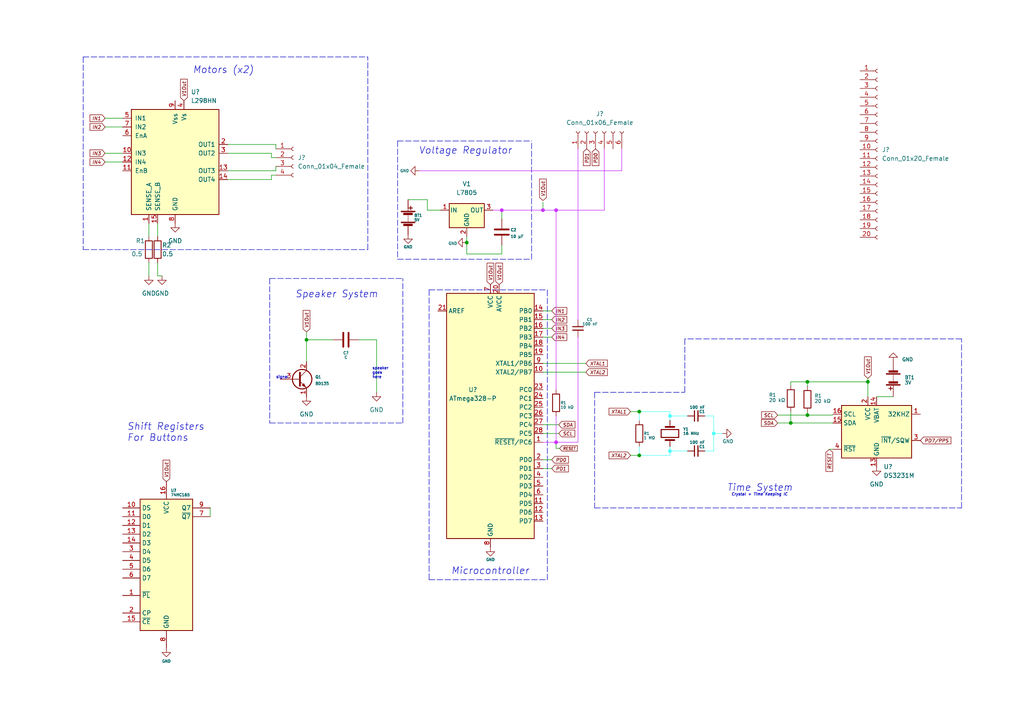
<source format=kicad_sch>
(kicad_sch (version 20211123) (generator eeschema)
  (paper "A4")
  (lib_symbols
    (symbol "74xx:74HC165"
      (property "Reference" "U" (at -7.62 19.05 0))
      (property "Value" "74HC165" (at -7.62 -21.59 0))
      (symbol "74HC165_1_0"
        (pin input line (at -12.7 -10.16 0) (length 5.08) (name "~{PL}") (number "1"))
        (pin input line (at -12.7 15.24 0) (length 5.08) (name "DS") (number "10"))
        (pin input line (at -12.7 12.7 0) (length 5.08) (name "D0") (number "11"))
        (pin input line (at -12.7 10.16 0) (length 5.08) (name "D1") (number "12"))
        (pin input line (at -12.7 7.62 0) (length 5.08) (name "D2") (number "13"))
        (pin input line (at -12.7 5.08 0) (length 5.08) (name "D3") (number "14"))
        (pin input line (at -12.7 -17.78 0) (length 5.08) (name "~{CE}") (number "15"))
        (pin power_in line (at 0 22.86 270) (length 5.08) (name "VCC") (number "16"))
        (pin input line (at -12.7 -15.24 0) (length 5.08) (name "CP") (number "2"))
        (pin input line (at -12.7 2.54 0) (length 5.08) (name "D4") (number "3"))
        (pin input line (at -12.7 0 0) (length 5.08) (name "D5") (number "4"))
        (pin input line (at -12.7 -2.54 0) (length 5.08) (name "D6") (number "5"))
        (pin input line (at -12.7 -5.08 0) (length 5.08) (name "D7") (number "6"))
        (pin output line (at 12.7 12.7 180) (length 5.08) (name "~{Q7}") (number "7"))
        (pin power_in line (at 0 -25.4 90) (length 5.08) (name "GND") (number "8"))
        (pin output line (at 12.7 15.24 180) (length 5.08) (name "Q7") (number "9"))
      )
      (symbol "74HC165_1_1"
        (rectangle (start -7.62 17.78) (end 7.62 -20.32) (stroke (width 0.254)) (fill (type background)))
      )
    )
    (symbol "Connector:Conn_01x04_Female" (pin_names (offset 1.016) hide)
      (property "Reference" "J" (at 0 5.08 0))
      (property "Value" "Conn_01x04_Female" (at 0 -7.62 0))
      (symbol "Conn_01x04_Female_1_1"
        (arc (start 0 -4.572) (mid -0.508 -5.08) (end 0 -5.588) (stroke (width 0.1524)))
        (arc (start 0 -2.032) (mid -0.508 -2.54) (end 0 -3.048) (stroke (width 0.1524)))
        (polyline (pts (xy -1.27 -5.08) (xy -0.508 -5.08)) (stroke (width 0.1524)))
        (polyline (pts (xy -1.27 -2.54) (xy -0.508 -2.54)) (stroke (width 0.1524)))
        (polyline (pts (xy -1.27 0) (xy -0.508 0)) (stroke (width 0.1524)))
        (polyline (pts (xy -1.27 2.54) (xy -0.508 2.54)) (stroke (width 0.1524)))
        (arc (start 0 0.508) (mid -0.508 0) (end 0 -0.508) (stroke (width 0.1524)))
        (arc (start 0 3.048) (mid -0.508 2.54) (end 0 2.032) (stroke (width 0.1524)))
        (pin passive line (at -5.08 2.54 0) (length 3.81) (name "Pin_1") (number "1"))
        (pin passive line (at -5.08 0 0) (length 3.81) (name "Pin_2") (number "2"))
        (pin passive line (at -5.08 -2.54 0) (length 3.81) (name "Pin_3") (number "3"))
        (pin passive line (at -5.08 -5.08 0) (length 3.81) (name "Pin_4") (number "4"))
      )
    )
    (symbol "Connector:Conn_01x06_Female" (pin_names (offset 1.016) hide)
      (property "Reference" "J" (at 0 7.62 0))
      (property "Value" "Conn_01x06_Female" (at 0 -10.16 0))
      (symbol "Conn_01x06_Female_1_1"
        (arc (start 0 -7.112) (mid -0.508 -7.62) (end 0 -8.128) (stroke (width 0.1524)))
        (arc (start 0 -4.572) (mid -0.508 -5.08) (end 0 -5.588) (stroke (width 0.1524)))
        (arc (start 0 -2.032) (mid -0.508 -2.54) (end 0 -3.048) (stroke (width 0.1524)))
        (polyline (pts (xy -1.27 -7.62) (xy -0.508 -7.62)) (stroke (width 0.1524)))
        (polyline (pts (xy -1.27 -5.08) (xy -0.508 -5.08)) (stroke (width 0.1524)))
        (polyline (pts (xy -1.27 -2.54) (xy -0.508 -2.54)) (stroke (width 0.1524)))
        (polyline (pts (xy -1.27 0) (xy -0.508 0)) (stroke (width 0.1524)))
        (polyline (pts (xy -1.27 2.54) (xy -0.508 2.54)) (stroke (width 0.1524)))
        (polyline (pts (xy -1.27 5.08) (xy -0.508 5.08)) (stroke (width 0.1524)))
        (arc (start 0 0.508) (mid -0.508 0) (end 0 -0.508) (stroke (width 0.1524)))
        (arc (start 0 3.048) (mid -0.508 2.54) (end 0 2.032) (stroke (width 0.1524)))
        (arc (start 0 5.588) (mid -0.508 5.08) (end 0 4.572) (stroke (width 0.1524)))
        (pin passive line (at -5.08 5.08 0) (length 3.81) (name "Pin_1") (number "1"))
        (pin passive line (at -5.08 2.54 0) (length 3.81) (name "Pin_2") (number "2"))
        (pin passive line (at -5.08 0 0) (length 3.81) (name "Pin_3") (number "3"))
        (pin passive line (at -5.08 -2.54 0) (length 3.81) (name "Pin_4") (number "4"))
        (pin passive line (at -5.08 -5.08 0) (length 3.81) (name "Pin_5") (number "5"))
        (pin passive line (at -5.08 -7.62 0) (length 3.81) (name "Pin_6") (number "6"))
      )
    )
    (symbol "Connector:Conn_01x20_Female" (pin_names (offset 1.016) hide)
      (property "Reference" "J" (at 0 25.4 0))
      (property "Value" "Conn_01x20_Female" (at 0 -27.94 0))
      (symbol "Conn_01x20_Female_1_1"
        (arc (start 0 -24.892) (mid -0.508 -25.4) (end 0 -25.908) (stroke (width 0.1524)))
        (arc (start 0 -22.352) (mid -0.508 -22.86) (end 0 -23.368) (stroke (width 0.1524)))
        (arc (start 0 -19.812) (mid -0.508 -20.32) (end 0 -20.828) (stroke (width 0.1524)))
        (arc (start 0 -17.272) (mid -0.508 -17.78) (end 0 -18.288) (stroke (width 0.1524)))
        (arc (start 0 -14.732) (mid -0.508 -15.24) (end 0 -15.748) (stroke (width 0.1524)))
        (arc (start 0 -12.192) (mid -0.508 -12.7) (end 0 -13.208) (stroke (width 0.1524)))
        (arc (start 0 -9.652) (mid -0.508 -10.16) (end 0 -10.668) (stroke (width 0.1524)))
        (arc (start 0 -7.112) (mid -0.508 -7.62) (end 0 -8.128) (stroke (width 0.1524)))
        (arc (start 0 -4.572) (mid -0.508 -5.08) (end 0 -5.588) (stroke (width 0.1524)))
        (arc (start 0 -2.032) (mid -0.508 -2.54) (end 0 -3.048) (stroke (width 0.1524)))
        (polyline (pts (xy -1.27 -25.4) (xy -0.508 -25.4)) (stroke (width 0.1524)))
        (polyline (pts (xy -1.27 -22.86) (xy -0.508 -22.86)) (stroke (width 0.1524)))
        (polyline (pts (xy -1.27 -20.32) (xy -0.508 -20.32)) (stroke (width 0.1524)))
        (polyline (pts (xy -1.27 -17.78) (xy -0.508 -17.78)) (stroke (width 0.1524)))
        (polyline (pts (xy -1.27 -15.24) (xy -0.508 -15.24)) (stroke (width 0.1524)))
        (polyline (pts (xy -1.27 -12.7) (xy -0.508 -12.7)) (stroke (width 0.1524)))
        (polyline (pts (xy -1.27 -10.16) (xy -0.508 -10.16)) (stroke (width 0.1524)))
        (polyline (pts (xy -1.27 -7.62) (xy -0.508 -7.62)) (stroke (width 0.1524)))
        (polyline (pts (xy -1.27 -5.08) (xy -0.508 -5.08)) (stroke (width 0.1524)))
        (polyline (pts (xy -1.27 -2.54) (xy -0.508 -2.54)) (stroke (width 0.1524)))
        (polyline (pts (xy -1.27 0) (xy -0.508 0)) (stroke (width 0.1524)))
        (polyline (pts (xy -1.27 2.54) (xy -0.508 2.54)) (stroke (width 0.1524)))
        (polyline (pts (xy -1.27 5.08) (xy -0.508 5.08)) (stroke (width 0.1524)))
        (polyline (pts (xy -1.27 7.62) (xy -0.508 7.62)) (stroke (width 0.1524)))
        (polyline (pts (xy -1.27 10.16) (xy -0.508 10.16)) (stroke (width 0.1524)))
        (polyline (pts (xy -1.27 12.7) (xy -0.508 12.7)) (stroke (width 0.1524)))
        (polyline (pts (xy -1.27 15.24) (xy -0.508 15.24)) (stroke (width 0.1524)))
        (polyline (pts (xy -1.27 17.78) (xy -0.508 17.78)) (stroke (width 0.1524)))
        (polyline (pts (xy -1.27 20.32) (xy -0.508 20.32)) (stroke (width 0.1524)))
        (polyline (pts (xy -1.27 22.86) (xy -0.508 22.86)) (stroke (width 0.1524)))
        (arc (start 0 0.508) (mid -0.508 0) (end 0 -0.508) (stroke (width 0.1524)))
        (arc (start 0 3.048) (mid -0.508 2.54) (end 0 2.032) (stroke (width 0.1524)))
        (arc (start 0 5.588) (mid -0.508 5.08) (end 0 4.572) (stroke (width 0.1524)))
        (arc (start 0 8.128) (mid -0.508 7.62) (end 0 7.112) (stroke (width 0.1524)))
        (arc (start 0 10.668) (mid -0.508 10.16) (end 0 9.652) (stroke (width 0.1524)))
        (arc (start 0 13.208) (mid -0.508 12.7) (end 0 12.192) (stroke (width 0.1524)))
        (arc (start 0 15.748) (mid -0.508 15.24) (end 0 14.732) (stroke (width 0.1524)))
        (arc (start 0 18.288) (mid -0.508 17.78) (end 0 17.272) (stroke (width 0.1524)))
        (arc (start 0 20.828) (mid -0.508 20.32) (end 0 19.812) (stroke (width 0.1524)))
        (arc (start 0 23.368) (mid -0.508 22.86) (end 0 22.352) (stroke (width 0.1524)))
        (pin passive line (at -5.08 22.86 0) (length 3.81) (name "Pin_1") (number "1"))
        (pin passive line (at -5.08 0 0) (length 3.81) (name "Pin_10") (number "10"))
        (pin passive line (at -5.08 -2.54 0) (length 3.81) (name "Pin_11") (number "11"))
        (pin passive line (at -5.08 -5.08 0) (length 3.81) (name "Pin_12") (number "12"))
        (pin passive line (at -5.08 -7.62 0) (length 3.81) (name "Pin_13") (number "13"))
        (pin passive line (at -5.08 -10.16 0) (length 3.81) (name "Pin_14") (number "14"))
        (pin passive line (at -5.08 -12.7 0) (length 3.81) (name "Pin_15") (number "15"))
        (pin passive line (at -5.08 -15.24 0) (length 3.81) (name "Pin_16") (number "16"))
        (pin passive line (at -5.08 -17.78 0) (length 3.81) (name "Pin_17") (number "17"))
        (pin passive line (at -5.08 -20.32 0) (length 3.81) (name "Pin_18") (number "18"))
        (pin passive line (at -5.08 -22.86 0) (length 3.81) (name "Pin_19") (number "19"))
        (pin passive line (at -5.08 20.32 0) (length 3.81) (name "Pin_2") (number "2"))
        (pin passive line (at -5.08 -25.4 0) (length 3.81) (name "Pin_20") (number "20"))
        (pin passive line (at -5.08 17.78 0) (length 3.81) (name "Pin_3") (number "3"))
        (pin passive line (at -5.08 15.24 0) (length 3.81) (name "Pin_4") (number "4"))
        (pin passive line (at -5.08 12.7 0) (length 3.81) (name "Pin_5") (number "5"))
        (pin passive line (at -5.08 10.16 0) (length 3.81) (name "Pin_6") (number "6"))
        (pin passive line (at -5.08 7.62 0) (length 3.81) (name "Pin_7") (number "7"))
        (pin passive line (at -5.08 5.08 0) (length 3.81) (name "Pin_8") (number "8"))
        (pin passive line (at -5.08 2.54 0) (length 3.81) (name "Pin_9") (number "9"))
      )
    )
    (symbol "Device:Battery" (pin_numbers hide) (pin_names (offset 0) hide)
      (property "Reference" "BT" (at 2.54 2.54 0))
      (property "Value" "Battery" (at 2.54 0 0))
      (symbol "Battery_0_1"
        (rectangle (start -2.032 -1.397) (end 2.032 -1.651) (fill (type outline)))
        (rectangle (start -2.032 1.778) (end 2.032 1.524) (fill (type outline)))
        (rectangle (start -1.3208 -1.9812) (end 1.27 -2.4892) (fill (type outline)))
        (rectangle (start -1.3208 1.1938) (end 1.27 0.6858) (fill (type outline)))
        (polyline (pts (xy 0 -1.524) (xy 0 -1.27)))
        (polyline (pts (xy 0 -1.016) (xy 0 -0.762)))
        (polyline (pts (xy 0 -0.508) (xy 0 -0.254)))
        (polyline (pts (xy 0 0) (xy 0 0.254)))
        (polyline (pts (xy 0 0.508) (xy 0 0.762)))
        (polyline (pts (xy 0 1.778) (xy 0 2.54)))
        (polyline (pts (xy 0.254 2.667) (xy 1.27 2.667)) (stroke (width 0.254)))
        (polyline (pts (xy 0.762 3.175) (xy 0.762 2.159)) (stroke (width 0.254)))
      )
      (symbol "Battery_1_1"
        (pin passive line (at 0 5.08 270) (length 2.54) (name "+") (number "1"))
        (pin passive line (at 0 -5.08 90) (length 2.54) (name "-") (number "2"))
      )
    )
    (symbol "Device:C" (pin_numbers hide) (pin_names (offset 0.254))
      (property "Reference" "C" (at 0.635 2.54 0))
      (property "Value" "C" (at 0.635 -2.54 0))
      (symbol "C_0_1"
        (polyline (pts (xy -2.032 -0.762) (xy 2.032 -0.762)) (stroke (width 0.508)))
        (polyline (pts (xy -2.032 0.762) (xy 2.032 0.762)) (stroke (width 0.508)))
      )
      (symbol "C_1_1"
        (pin passive line (at 0 3.81 270) (length 2.794) (name "~") (number "1"))
        (pin passive line (at 0 -3.81 90) (length 2.794) (name "~") (number "2"))
      )
    )
    (symbol "Device:C_Small" (pin_numbers hide) (pin_names (offset 0.254) hide)
      (property "Reference" "C" (at 0.254 1.778 0))
      (property "Value" "C_Small" (at 0.254 -2.032 0))
      (symbol "C_Small_0_1"
        (polyline (pts (xy -1.524 -0.508) (xy 1.524 -0.508)) (stroke (width 0.3302)))
        (polyline (pts (xy -1.524 0.508) (xy 1.524 0.508)) (stroke (width 0.3048)))
      )
      (symbol "C_Small_1_1"
        (pin passive line (at 0 2.54 270) (length 2.032) (name "~") (number "1"))
        (pin passive line (at 0 -2.54 90) (length 2.032) (name "~") (number "2"))
      )
    )
    (symbol "Device:Crystal" (pin_numbers hide) (pin_names (offset 1.016) hide)
      (property "Reference" "Y" (at 0 3.81 0))
      (property "Value" "Crystal" (at 0 -3.81 0))
      (symbol "Crystal_0_1"
        (rectangle (start -1.143 2.54) (end 1.143 -2.54) (stroke (width 0.3048)))
        (polyline (pts (xy -2.54 0) (xy -1.905 0)))
        (polyline (pts (xy -1.905 -1.27) (xy -1.905 1.27)) (stroke (width 0.508)))
        (polyline (pts (xy 1.905 -1.27) (xy 1.905 1.27)) (stroke (width 0.508)))
        (polyline (pts (xy 2.54 0) (xy 1.905 0)))
      )
      (symbol "Crystal_1_1"
        (pin passive line (at -3.81 0 0) (length 1.27) (name "1") (number "1"))
        (pin passive line (at 3.81 0 180) (length 1.27) (name "2") (number "2"))
      )
    )
    (symbol "Device:R" (pin_numbers hide) (pin_names (offset 0))
      (property "Reference" "R" (at 2.032 0 90))
      (property "Value" "R" (at 0 0 90))
      (symbol "R_0_1"
        (rectangle (start -1.016 -2.54) (end 1.016 2.54) (stroke (width 0.254)))
      )
      (symbol "R_1_1"
        (pin passive line (at 0 3.81 270) (length 1.27) (name "~") (number "1"))
        (pin passive line (at 0 -3.81 90) (length 1.27) (name "~") (number "2"))
      )
    )
    (symbol "Driver_Motor:L298HN" (pin_names (offset 1.016))
      (property "Reference" "U" (at -10.16 16.51 0))
      (property "Value" "L298HN" (at 12.7 16.51 0))
      (symbol "L298HN_0_1"
        (rectangle (start -12.7 15.24) (end 12.7 -15.24) (stroke (width 0.254)) (fill (type background)))
      )
      (symbol "L298HN_1_1"
        (pin power_in line (at -7.62 -17.78 90) (length 2.54) (name "SENSE_A") (number "1"))
        (pin input line (at -15.24 2.54 0) (length 2.54) (name "IN3") (number "10"))
        (pin input line (at -15.24 -2.54 0) (length 2.54) (name "EnB") (number "11"))
        (pin input line (at -15.24 0 0) (length 2.54) (name "IN4") (number "12"))
        (pin output line (at 15.24 -2.54 180) (length 2.54) (name "OUT3") (number "13"))
        (pin output line (at 15.24 -5.08 180) (length 2.54) (name "OUT4") (number "14"))
        (pin power_in line (at -5.08 -17.78 90) (length 2.54) (name "SENSE_B") (number "15"))
        (pin output line (at 15.24 5.08 180) (length 2.54) (name "OUT1") (number "2"))
        (pin output line (at 15.24 2.54 180) (length 2.54) (name "OUT2") (number "3"))
        (pin power_in line (at 2.54 17.78 270) (length 2.54) (name "Vs") (number "4"))
        (pin input line (at -15.24 12.7 0) (length 2.54) (name "IN1") (number "5"))
        (pin input line (at -15.24 7.62 0) (length 2.54) (name "EnA") (number "6"))
        (pin input line (at -15.24 10.16 0) (length 2.54) (name "IN2") (number "7"))
        (pin power_in line (at 0 -17.78 90) (length 2.54) (name "GND") (number "8"))
        (pin power_in line (at 0 17.78 270) (length 2.54) (name "Vss") (number "9"))
      )
    )
    (symbol "MCU_Microchip_ATmega:ATmega328-P"
      (property "Reference" "U" (at -12.7 36.83 0))
      (property "Value" "ATmega328-P" (at 2.54 -36.83 0))
      (symbol "ATmega328-P_0_1"
        (rectangle (start -12.7 -35.56) (end 12.7 35.56) (stroke (width 0.254)) (fill (type background)))
      )
      (symbol "ATmega328-P_1_1"
        (pin bidirectional line (at 15.24 -7.62 180) (length 2.54) (name "~{RESET}/PC6") (number "1"))
        (pin bidirectional line (at 15.24 12.7 180) (length 2.54) (name "XTAL2/PB7") (number "10"))
        (pin bidirectional line (at 15.24 -25.4 180) (length 2.54) (name "PD5") (number "11"))
        (pin bidirectional line (at 15.24 -27.94 180) (length 2.54) (name "PD6") (number "12"))
        (pin bidirectional line (at 15.24 -30.48 180) (length 2.54) (name "PD7") (number "13"))
        (pin bidirectional line (at 15.24 30.48 180) (length 2.54) (name "PB0") (number "14"))
        (pin bidirectional line (at 15.24 27.94 180) (length 2.54) (name "PB1") (number "15"))
        (pin bidirectional line (at 15.24 25.4 180) (length 2.54) (name "PB2") (number "16"))
        (pin bidirectional line (at 15.24 22.86 180) (length 2.54) (name "PB3") (number "17"))
        (pin bidirectional line (at 15.24 20.32 180) (length 2.54) (name "PB4") (number "18"))
        (pin bidirectional line (at 15.24 17.78 180) (length 2.54) (name "PB5") (number "19"))
        (pin bidirectional line (at 15.24 -12.7 180) (length 2.54) (name "PD0") (number "2"))
        (pin power_in line (at 2.54 38.1 270) (length 2.54) (name "AVCC") (number "20"))
        (pin passive line (at -15.24 30.48 0) (length 2.54) (name "AREF") (number "21"))
        (pin passive line (at 0 -38.1 90) (length 2.54) hide (name "GND") (number "22"))
        (pin bidirectional line (at 15.24 7.62 180) (length 2.54) (name "PC0") (number "23"))
        (pin bidirectional line (at 15.24 5.08 180) (length 2.54) (name "PC1") (number "24"))
        (pin bidirectional line (at 15.24 2.54 180) (length 2.54) (name "PC2") (number "25"))
        (pin bidirectional line (at 15.24 0 180) (length 2.54) (name "PC3") (number "26"))
        (pin bidirectional line (at 15.24 -2.54 180) (length 2.54) (name "PC4") (number "27"))
        (pin bidirectional line (at 15.24 -5.08 180) (length 2.54) (name "PC5") (number "28"))
        (pin bidirectional line (at 15.24 -15.24 180) (length 2.54) (name "PD1") (number "3"))
        (pin bidirectional line (at 15.24 -17.78 180) (length 2.54) (name "PD2") (number "4"))
        (pin bidirectional line (at 15.24 -20.32 180) (length 2.54) (name "PD3") (number "5"))
        (pin bidirectional line (at 15.24 -22.86 180) (length 2.54) (name "PD4") (number "6"))
        (pin power_in line (at 0 38.1 270) (length 2.54) (name "VCC") (number "7"))
        (pin power_in line (at 0 -38.1 90) (length 2.54) (name "GND") (number "8"))
        (pin bidirectional line (at 15.24 15.24 180) (length 2.54) (name "XTAL1/PB6") (number "9"))
      )
    )
    (symbol "Regulator_Linear:L7805" (pin_names (offset 0.254))
      (property "Reference" "U" (at -3.81 3.175 0))
      (property "Value" "L7805" (at 0 3.175 0))
      (symbol "L7805_0_1"
        (rectangle (start -5.08 1.905) (end 5.08 -5.08) (stroke (width 0.254)) (fill (type background)))
      )
      (symbol "L7805_1_1"
        (pin power_in line (at -7.62 0 0) (length 2.54) (name "IN") (number "1"))
        (pin power_in line (at 0 -7.62 90) (length 2.54) (name "GND") (number "2"))
        (pin power_out line (at 7.62 0 180) (length 2.54) (name "OUT") (number "3"))
      )
    )
    (symbol "Timer_RTC:DS3231M"
      (property "Reference" "U" (at -7.62 8.89 0))
      (property "Value" "DS3231M" (at 10.16 8.89 0))
      (symbol "DS3231M_0_1"
        (rectangle (start -10.16 7.62) (end 10.16 -7.62) (stroke (width 0.254)) (fill (type background)))
      )
      (symbol "DS3231M_1_1"
        (pin open_collector line (at 12.7 5.08 180) (length 2.54) (name "32KHZ") (number "1"))
        (pin passive line (at 0 -10.16 90) (length 2.54) hide (name "GND") (number "10"))
        (pin passive line (at 0 -10.16 90) (length 2.54) hide (name "GND") (number "11"))
        (pin passive line (at 0 -10.16 90) (length 2.54) hide (name "GND") (number "12"))
        (pin power_in line (at 0 -10.16 90) (length 2.54) (name "GND") (number "13"))
        (pin power_in line (at 0 10.16 270) (length 2.54) (name "VBAT") (number "14"))
        (pin bidirectional line (at -12.7 2.54 0) (length 2.54) (name "SDA") (number "15"))
        (pin input line (at -12.7 5.08 0) (length 2.54) (name "SCL") (number "16"))
        (pin power_in line (at -2.54 10.16 270) (length 2.54) (name "VCC") (number "2"))
        (pin open_collector line (at 12.7 -2.54 180) (length 2.54) (name "~{INT}/SQW") (number "3"))
        (pin bidirectional line (at -12.7 -5.08 0) (length 2.54) (name "~{RST}") (number "4"))
        (pin passive line (at 0 -10.16 90) (length 2.54) hide (name "GND") (number "5"))
        (pin passive line (at 0 -10.16 90) (length 2.54) hide (name "GND") (number "6"))
        (pin passive line (at 0 -10.16 90) (length 2.54) hide (name "GND") (number "7"))
        (pin passive line (at 0 -10.16 90) (length 2.54) hide (name "GND") (number "8"))
        (pin passive line (at 0 -10.16 90) (length 2.54) hide (name "GND") (number "9"))
      )
    )
    (symbol "Transistor_BJT:BD135" (pin_names (offset 0) hide)
      (property "Reference" "Q" (at 5.08 1.905 0))
      (property "Value" "BD135" (at 5.08 0 0))
      (symbol "BD135_0_1"
        (polyline (pts (xy 0 0) (xy 0.635 0)))
        (polyline (pts (xy 2.54 -2.54) (xy 0.635 -0.635)))
        (polyline (pts (xy 2.54 2.54) (xy 0.635 0.635)))
        (polyline (pts (xy 0.635 1.905) (xy 0.635 -1.905) (xy 0.635 -1.905)) (stroke (width 0.508)) (fill (type outline)))
        (polyline (pts (xy 1.2446 -1.778) (xy 1.7526 -1.27) (xy 2.286 -2.286) (xy 1.2446 -1.778) (xy 1.2446 -1.778)) (fill (type outline)))
        (circle (center 1.27 0) (radius 2.8194) (stroke (width 0.3048)))
      )
      (symbol "BD135_1_1"
        (pin passive line (at 2.54 -5.08 90) (length 2.54) (name "E") (number "1"))
        (pin passive line (at 2.54 5.08 270) (length 2.54) (name "C") (number "2"))
        (pin input line (at -5.08 0 0) (length 5.08) (name "B") (number "3"))
      )
    )
    (symbol "power:GND" (power) (pin_names (offset 0))
      (property "Value" "GND" (at 0 -3.81 0))
      (symbol "GND_0_1"
        (polyline (pts (xy 0 0) (xy 0 -1.27) (xy 1.27 -1.27) (xy 0 -2.54) (xy -1.27 -1.27) (xy 0 -1.27)))
      )
      (symbol "GND_1_1"
        (pin power_in line (at 0 0 270) (length 0) hide (name "GND") (number "1"))
      )
    )
  )
  (junction (at 185.42 119.38))
  (junction (at 229.362 122.682))
  (junction (at 161.29 128.27) (color 195 40 255 1))
  (junction (at 207.01 125.73) (color 68 255 247 1))
  (junction (at 135.382 70.358))
  (junction (at 234.188 120.396))
  (junction (at 185.42 132.08))
  (junction (at 251.714 110.744))
  (junction (at 194.31 120.65) (color 68 255 247 1))
  (junction (at 234.188 110.744))
  (junction (at 157.48 60.96) (color 195 40 255 1))
  (junction (at 88.9 98.552))
  (junction (at 161.29 60.96) (color 195 40 255 1))
  (junction (at 194.31 130.81) (color 68 255 247 1))
  (junction (at 145.542 60.96) (color 195 40 255 1))
  (polyline (pts (xy 172.466 147.32) (xy 278.892 147.32)))
  (wire (pts (xy 43.18 64.77) (xy 43.18 68.58)))
  (polyline (pts (xy 78.232 122.682) (xy 116.84 122.682)))
  (wire (pts (xy 45.72 80.01) (xy 46.99 80.01)))
  (wire (pts (xy 161.29 128.27) (xy 157.48 128.27)) (stroke (width 0) (color 195 40 255 1)))
  (wire (pts (xy 175.26 43.18) (xy 175.26 60.96)) (stroke (width 0) (color 195 40 255 1)))
  (polyline (pts (xy 278.892 98.298) (xy 198.628 98.298)))
  (polyline (pts (xy 24.13 72.39) (xy 106.68 72.39)))
  (wire (pts (xy 157.48 58.674) (xy 157.48 60.96)))
  (wire (pts (xy 80.01 41.91) (xy 80.01 43.18)))
  (polyline (pts (xy 115.316 40.894) (xy 115.316 75.184)))
  (wire (pts (xy 78.74 50.8) (xy 80.01 50.8)))
  (wire (pts (xy 162.052 123.19) (xy 157.48 123.19)))
  (wire (pts (xy 254.254 115.062) (xy 259.08 115.062)))
  (wire (pts (xy 234.188 110.744) (xy 234.188 112.014)))
  (wire (pts (xy 123.952 57.912) (xy 118.364 57.912)))
  (wire (pts (xy 234.188 120.396) (xy 241.554 120.396)))
  (wire (pts (xy 160.02 135.89) (xy 157.48 135.89)))
  (wire (pts (xy 194.31 120.65) (xy 199.39 120.65)) (stroke (width 0) (color 68 255 247 1)))
  (wire (pts (xy 162.052 125.73) (xy 157.48 125.73)))
  (wire (pts (xy 204.47 120.65) (xy 207.01 120.65)) (stroke (width 0) (color 68 255 247 1)))
  (wire (pts (xy 207.01 120.65) (xy 207.01 125.73)) (stroke (width 0) (color 68 255 247 1)))
  (wire (pts (xy 185.42 121.92) (xy 185.42 119.38)) (stroke (width 0) (color 68 255 247 1)))
  (wire (pts (xy 160.02 133.35) (xy 157.48 133.35)))
  (wire (pts (xy 30.48 36.83) (xy 35.56 36.83)))
  (wire (pts (xy 104.14 98.552) (xy 109.22 98.552)))
  (wire (pts (xy 161.29 130.048) (xy 162.306 130.048)))
  (polyline (pts (xy 124.46 84.074) (xy 158.75 84.074)))
  (wire (pts (xy 135.382 70.358) (xy 135.382 68.58)))
  (wire (pts (xy 66.04 52.07) (xy 78.74 52.07)))
  (wire (pts (xy 167.64 128.27) (xy 161.29 128.27)) (stroke (width 0) (color 195 40 255 1)))
  (wire (pts (xy 169.926 107.95) (xy 157.48 107.95)))
  (wire (pts (xy 182.88 119.38) (xy 185.42 119.38)))
  (wire (pts (xy 88.9 98.552) (xy 96.52 98.552)))
  (wire (pts (xy 229.362 122.682) (xy 241.554 122.682)))
  (wire (pts (xy 175.26 60.96) (xy 161.29 60.96)) (stroke (width 0) (color 195 40 255 1)))
  (wire (pts (xy 161.29 60.96) (xy 161.29 113.03)) (stroke (width 0) (color 195 40 255 1)))
  (wire (pts (xy 145.542 60.96) (xy 157.48 60.96)) (stroke (width 0) (color 195 40 255 1)))
  (wire (pts (xy 145.542 60.96) (xy 143.002 60.96)) (stroke (width 0) (color 195 40 255 1)))
  (polyline (pts (xy 78.232 80.772) (xy 78.232 122.682)))
  (wire (pts (xy 157.48 60.96) (xy 157.48 61.214)))
  (wire (pts (xy 127.762 60.96) (xy 123.952 60.96)))
  (wire (pts (xy 251.714 109.728) (xy 251.714 110.744)))
  (wire (pts (xy 207.01 125.73) (xy 209.55 125.73)) (stroke (width 0) (color 68 255 247 1)))
  (wire (pts (xy 157.48 95.25) (xy 160.02 95.25)))
  (wire (pts (xy 161.29 60.96) (xy 157.48 60.96)) (stroke (width 0) (color 195 40 255 1)))
  (wire (pts (xy 169.926 105.41) (xy 157.48 105.41)))
  (wire (pts (xy 145.542 73.66) (xy 145.542 71.12)))
  (wire (pts (xy 66.04 44.45) (xy 78.74 44.45)))
  (polyline (pts (xy 78.232 80.772) (xy 116.84 80.772)))
  (wire (pts (xy 88.9 96.266) (xy 88.9 98.552)))
  (wire (pts (xy 157.48 90.17) (xy 160.02 90.17)))
  (wire (pts (xy 161.29 120.65) (xy 161.29 128.27)) (stroke (width 0) (color 195 40 255 1)))
  (wire (pts (xy 135.382 70.358) (xy 135.382 73.66)))
  (wire (pts (xy 229.362 122.682) (xy 229.362 119.38)))
  (wire (pts (xy 167.64 43.18) (xy 167.64 92.71)) (stroke (width 0) (color 195 40 255 1)))
  (wire (pts (xy 229.362 110.744) (xy 234.188 110.744)))
  (polyline (pts (xy 24.13 16.51) (xy 106.68 16.51)))
  (wire (pts (xy 229.362 111.76) (xy 229.362 110.744)))
  (wire (pts (xy 66.04 49.53) (xy 80.01 49.53)))
  (polyline (pts (xy 24.13 16.51) (xy 24.13 72.39)))
  (wire (pts (xy 180.34 43.18) (xy 180.34 49.53)) (stroke (width 0) (color 195 40 255 1)))
  (wire (pts (xy 88.9 104.902) (xy 88.9 98.552)))
  (wire (pts (xy 185.42 132.08) (xy 194.31 132.08)) (stroke (width 0) (color 68 255 247 1)))
  (wire (pts (xy 135.382 73.66) (xy 145.542 73.66)))
  (wire (pts (xy 45.72 64.77) (xy 45.72 68.58)))
  (wire (pts (xy 66.04 41.91) (xy 80.01 41.91)))
  (wire (pts (xy 60.96 147.32) (xy 60.96 149.86)))
  (wire (pts (xy 123.952 60.96) (xy 123.952 57.912)))
  (polyline (pts (xy 198.628 98.298) (xy 198.628 113.792)))
  (wire (pts (xy 240.538 130.302) (xy 241.554 130.302)))
  (wire (pts (xy 234.188 119.634) (xy 234.188 120.396)))
  (wire (pts (xy 78.74 52.07) (xy 78.74 50.8)))
  (wire (pts (xy 157.48 97.79) (xy 160.02 97.79)))
  (wire (pts (xy 161.29 128.27) (xy 161.29 130.048)))
  (wire (pts (xy 251.714 110.744) (xy 251.714 115.062)))
  (polyline (pts (xy 172.466 113.792) (xy 172.466 147.32)))
  (wire (pts (xy 194.31 121.92) (xy 194.31 120.65)) (stroke (width 0) (color 68 255 247 1)))
  (wire (pts (xy 204.47 130.81) (xy 207.01 130.81)) (stroke (width 0) (color 68 255 247 1)))
  (wire (pts (xy 194.31 120.65) (xy 194.31 119.38)) (stroke (width 0) (color 68 255 247 1)))
  (polyline (pts (xy 115.316 75.184) (xy 154.178 75.184)))
  (wire (pts (xy 185.42 129.54) (xy 185.42 132.08)) (stroke (width 0) (color 68 255 247 1)))
  (wire (pts (xy 45.72 76.2) (xy 45.72 80.01)))
  (wire (pts (xy 225.552 122.682) (xy 229.362 122.682)))
  (wire (pts (xy 234.188 110.744) (xy 251.714 110.744)))
  (polyline (pts (xy 172.466 113.792) (xy 198.628 113.792)))
  (wire (pts (xy 167.64 97.79) (xy 167.64 128.27)) (stroke (width 0) (color 195 40 255 1)))
  (wire (pts (xy 121.666 49.53) (xy 180.34 49.53)) (stroke (width 0) (color 195 40 255 1)))
  (wire (pts (xy 78.74 44.45) (xy 78.74 45.72)))
  (wire (pts (xy 145.542 63.5) (xy 145.542 60.96)))
  (wire (pts (xy 43.18 76.2) (xy 43.18 80.01)))
  (wire (pts (xy 194.31 129.54) (xy 194.31 130.81)) (stroke (width 0) (color 68 255 247 1)))
  (polyline (pts (xy 278.892 147.32) (xy 278.892 98.298)))
  (wire (pts (xy 30.48 46.99) (xy 35.56 46.99)))
  (wire (pts (xy 30.48 44.45) (xy 35.56 44.45)))
  (wire (pts (xy 157.48 92.71) (xy 160.02 92.71)))
  (polyline (pts (xy 158.75 168.148) (xy 158.75 84.074)))
  (polyline (pts (xy 106.68 72.39) (xy 106.68 16.51)))
  (wire (pts (xy 225.552 120.396) (xy 234.188 120.396)))
  (wire (pts (xy 182.88 132.08) (xy 185.42 132.08)))
  (wire (pts (xy 194.31 130.81) (xy 199.39 130.81)) (stroke (width 0) (color 68 255 247 1)))
  (wire (pts (xy 194.31 130.81) (xy 194.31 132.08)) (stroke (width 0) (color 68 255 247 1)))
  (wire (pts (xy 207.01 125.73) (xy 207.01 130.81)) (stroke (width 0) (color 68 255 247 1)))
  (polyline (pts (xy 116.84 122.682) (xy 116.84 80.772)))
  (polyline (pts (xy 154.178 75.184) (xy 154.178 40.894)))
  (polyline (pts (xy 124.46 168.148) (xy 158.75 168.148)))
  (wire (pts (xy 80.01 49.53) (xy 80.01 48.26)))
  (wire (pts (xy 109.22 98.552) (xy 109.22 113.792)))
  (wire (pts (xy 30.48 34.29) (xy 35.56 34.29)))
  (wire (pts (xy 185.42 119.38) (xy 194.31 119.38)) (stroke (width 0) (color 68 255 247 1)))
  (polyline (pts (xy 124.46 84.074) (xy 124.46 168.148)))
  (wire (pts (xy 78.74 45.72) (xy 80.01 45.72)))
  (polyline (pts (xy 115.316 40.894) (xy 154.178 40.894)))
  (text "Shift Registers\nFor Buttons" (at 36.83 128.27 0) (effects (font (size 2 2) italic) (justify left bottom)))
  (text "Voltage Regulator" (at 121.412 44.958 0) (effects (font (size 2 2) italic) (justify left bottom)))
  (text "Crystal + Time Keeping IC" (at 212.09 144.018 0) (effects (font (size 0.8 0.8) italic) (justify left bottom)))
  (text "Speaker System" (at 85.598 86.614 0) (effects (font (size 2 2) italic) (justify left bottom)))
  (text "signal\n" (at 80.01 109.982 0) (effects (font (size 0.8 0.8)) (justify left bottom)))
  (text "Time System" (at 210.82 142.748 0) (effects (font (size 2 2) italic) (justify left bottom)))
  (text "Microcontroller" (at 130.81 166.878 0) (effects (font (size 2 2) italic) (justify left bottom)))
  (text "speaker\ngoes\nhere" (at 107.95 109.982 0) (effects (font (size 0.8 0.8)) (justify left bottom)))
  (text "Motors (x2)" (at 55.88 21.59 0) (effects (font (size 2 2) italic) (justify left bottom)))
  (global_label "PD0" (shape input) (at 172.72 43.18 270) (effects (font (size 1 1) italic)) (property "Intersheet References" "${INTERSHEET_REFS}" (effects hide)))
  (global_label "XTAL1" (shape input) (at 169.926 105.41 0) (effects (font (size 1 1) italic)) (property "Intersheet References" "${INTERSHEET_REFS}" (effects hide)))
  (global_label "V1Out" (shape input) (at 48.26 139.7 90) (effects (font (size 1 1) italic)) (property "Intersheet References" "${INTERSHEET_REFS}" (effects hide)))
  (global_label "PD0" (shape input) (at 160.02 133.35 0) (effects (font (size 1 1) italic)) (property "Intersheet References" "${INTERSHEET_REFS}" (effects hide)))
  (global_label "V1Out" (shape input) (at 251.714 109.728 90) (effects (font (size 1 1) italic)) (property "Intersheet References" "${INTERSHEET_REFS}" (effects hide)))
  (global_label "SDA" (shape input) (at 162.052 123.19 0) (effects (font (size 1 1) italic)) (property "Intersheet References" "${INTERSHEET_REFS}" (effects hide)))
  (global_label "IN4" (shape input) (at 30.48 46.99 180) (effects (font (size 1 1) italic)) (property "Intersheet References" "${INTERSHEET_REFS}" (effects hide)))
  (global_label "IN4" (shape input) (at 160.02 97.79 0) (effects (font (size 1 1) italic)) (property "Intersheet References" "${INTERSHEET_REFS}" (effects hide)))
  (global_label "RESET" (shape input) (at 240.538 130.302 270) (effects (font (size 1 1) italic)) (property "Intersheet References" "${INTERSHEET_REFS}" (effects hide)))
  (global_label "XTAL2" (shape input) (at 182.88 132.08 180) (effects (font (size 1 1) italic)) (property "Intersheet References" "${INTERSHEET_REFS}" (effects hide)))
  (global_label "XTAL2" (shape input) (at 169.926 107.95 0) (effects (font (size 1 1) italic)) (property "Intersheet References" "${INTERSHEET_REFS}" (effects hide)))
  (global_label "RESET" (shape input) (at 162.306 130.048 0) (effects (font (size 0.8 0.8) italic)) (property "Intersheet References" "${INTERSHEET_REFS}" (effects hide)))
  (global_label "SDA" (shape input) (at 225.552 122.682 180) (effects (font (size 1 1) italic)) (property "Intersheet References" "${INTERSHEET_REFS}" (effects hide)))
  (global_label "V1Out" (shape input) (at 142.24 82.55 90) (effects (font (size 1 1) italic)) (property "Intersheet References" "${INTERSHEET_REFS}" (effects hide)))
  (global_label "IN1" (shape input) (at 160.02 90.17 0) (effects (font (size 1 1) italic)) (property "Intersheet References" "${INTERSHEET_REFS}" (effects hide)))
  (global_label "IN2" (shape input) (at 30.48 36.83 180) (effects (font (size 1 1) italic)) (property "Intersheet References" "${INTERSHEET_REFS}" (effects hide)))
  (global_label "IN3" (shape input) (at 160.02 95.25 0) (effects (font (size 1 1) italic)) (property "Intersheet References" "${INTERSHEET_REFS}" (effects hide)))
  (global_label "IN3" (shape input) (at 30.48 44.45 180) (effects (font (size 1 1) italic)) (property "Intersheet References" "${INTERSHEET_REFS}" (effects hide)))
  (global_label "IN1" (shape input) (at 30.48 34.29 180) (effects (font (size 1 1) italic)) (property "Intersheet References" "${INTERSHEET_REFS}" (effects hide)))
  (global_label "XTAL1" (shape input) (at 182.88 119.38 180) (effects (font (size 1 1) italic)) (property "Intersheet References" "${INTERSHEET_REFS}" (effects hide)))
  (global_label "PD7{slash}PPS" (shape input) (at 266.954 127.762 0) (effects (font (size 1 1) italic)) (property "Intersheet References" "${INTERSHEET_REFS}" (effects hide)))
  (global_label "PD1" (shape input) (at 170.18 43.18 270) (effects (font (size 1 1) italic)) (property "Intersheet References" "${INTERSHEET_REFS}" (effects hide)))
  (global_label "V1Out" (shape input) (at 53.34 29.21 90) (effects (font (size 1 1) italic)) (property "Intersheet References" "${INTERSHEET_REFS}" (effects hide)))
  (global_label "V1Out" (shape input) (at 88.9 96.266 90) (effects (font (size 1 1) italic)) (property "Intersheet References" "${INTERSHEET_REFS}" (effects hide)))
  (global_label "V1Out" (shape input) (at 144.78 82.55 90) (effects (font (size 1 1) italic)) (property "Intersheet References" "${INTERSHEET_REFS}" (effects hide)))
  (global_label "PD1" (shape input) (at 160.02 135.89 0) (effects (font (size 1 1) italic)) (property "Intersheet References" "${INTERSHEET_REFS}" (effects hide)))
  (global_label "SCL" (shape input) (at 162.052 125.73 0) (effects (font (size 1 1) italic)) (property "Intersheet References" "${INTERSHEET_REFS}" (effects hide)))
  (global_label "SCL" (shape input) (at 225.552 120.396 180) (effects (font (size 1 1) italic)) (property "Intersheet References" "${INTERSHEET_REFS}" (effects hide)))
  (global_label "IN2" (shape input) (at 160.02 92.71 0) (effects (font (size 1 1) italic)) (property "Intersheet References" "${INTERSHEET_REFS}" (effects hide)))
  (global_label "V1Out" (shape input) (at 157.48 58.166 90) (effects (font (size 1 1) italic)) (property "Intersheet References" "${INTERSHEET_REFS}" (effects hide)))
  (symbol (lib_id "power:GND") (at 142.24 158.75 0) (unit 1)
    (property "Reference" "#PWR?" (effects hide))
    (property "Value" "GND" (at 142.24 162.306 0) (effects (font (size 0.8 0.8))))
  )
  (symbol (lib_id "power:GND") (at 48.26 187.96 0) (unit 1)
    (property "Reference" "#PWR?" (effects hide))
    (property "Value" "GND" (at 48.26 191.77 0) (effects (font (size 0.8 0.8))))
  )
  (symbol (lib_id "74xx:74HC165") (at 48.26 162.56 0) (unit 1)
    (property "Reference" "U?" (at 49.53 142.24 0) (effects (font (size 0.8 0.8)) (justify left)))
    (property "Value" "74HC165" (at 49.53 143.51 0) (effects (font (size 0.8 0.8)) (justify left)))
    (property "Datasheet" "https://assets.nexperia.com/documents/data-sheet/74HC_HCT165.pdf" (effects hide))
  )
  (symbol (lib_id "power:GND") (at 50.8 64.77 0) (unit 1)
    (property "Reference" "#PWR?" (effects hide))
    (property "Value" "GND" (at 50.8 69.85 0))
  )
  (symbol (lib_id "power:GND") (at 109.22 113.792 0) (unit 1)
    (property "Reference" "#PWR?" (effects hide))
    (property "Value" "GND" (at 109.22 118.872 0))
  )
  (symbol (lib_id "Connector:Conn_01x20_Female") (at 254.508 43.434 0) (unit 1)
    (property "Reference" "J?" (at 255.778 43.4339 0) (effects (justify left)))
    (property "Value" "Conn_01x20_Female" (at 255.778 45.9739 0) (effects (justify left)))
  )
  (symbol (lib_id "power:GND") (at 46.99 80.01 0) (unit 1)
    (property "Reference" "#PWR?" (effects hide))
    (property "Value" "GND" (at 46.99 85.09 0))
  )
  (symbol (lib_id "Device:C") (at 100.33 98.552 90) (unit 1)
    (property "Reference" "C?" (at 100.33 102.362 90) (effects (font (size 0.8 0.8))))
    (property "Value" "C" (at 100.33 103.632 90) (effects (font (size 0.8 0.8))))
  )
  (symbol (lib_id "Device:C") (at 145.542 67.31 0) (unit 1)
    (property "Reference" "C2" (at 148.082 66.675 0) (effects (font (size 0.8 0.8)) (justify left)))
    (property "Value" "10 μF" (at 148.082 68.58 0) (effects (font (size 0.8 0.8)) (justify left)))
  )
  (symbol (lib_id "Device:C_Small") (at 201.93 120.65 90) (unit 1)
    (property "Reference" "C1" (at 204.47 119.38 90) (effects (font (size 0.8 0.8)) (justify left)))
    (property "Value" "100 nF" (at 204.47 118.11 90) (effects (font (size 0.8 0.8)) (justify left)))
  )
  (symbol (lib_id "Timer_RTC:DS3231M") (at 254.254 125.222 0) (unit 1)
    (property "Reference" "U?" (at 256.2734 135.382 0) (effects (justify left)))
    (property "Value" "DS3231M" (at 256.2734 137.922 0) (effects (justify left)))
    (property "Footprint" "Package_SO:SOIC-16W_7.5x10.3mm_P1.27mm" (effects hide))
    (property "Datasheet" "http://datasheets.maximintegrated.com/en/ds/DS3231.pdf" (effects hide))
  )
  (symbol (lib_id "Device:Battery") (at 118.364 62.992 0) (unit 1)
    (property "Reference" "BT1" (at 120.142 62.484 0) (effects (font (size 0.8 0.8)) (justify left)))
    (property "Value" "5V" (at 120.142 63.754 0) (effects (font (size 0.8 0.8)) (justify left)))
  )
  (symbol (lib_id "power:GND") (at 209.55 125.73 90) (unit 1)
    (property "Reference" "#PWR?" (effects hide))
    (property "Value" "GND" (at 209.55 128.016 90) (effects (font (size 1 1)) (justify right)))
  )
  (symbol (lib_id "Connector:Conn_01x06_Female") (at 172.72 38.1 90) (unit 1)
    (property "Reference" "J?" (at 173.99 33.02 90))
    (property "Value" "Conn_01x06_Female" (at 173.99 35.56 90))
  )
  (symbol (lib_id "power:GND") (at 259.08 104.902 180) (unit 1)
    (property "Reference" "#PWR?" (effects hide))
    (property "Value" "GND" (at 261.62 104.267 0) (effects (font (size 1 1)) (justify right)))
  )
  (symbol (lib_id "Device:C_Small") (at 167.64 95.25 0) (unit 1)
    (property "Reference" "C1" (at 170.18 92.71 0) (effects (font (size 0.8 0.8)) (justify left)))
    (property "Value" "100 nF" (at 168.91 93.98 0) (effects (font (size 0.8 0.8)) (justify left)))
  )
  (symbol (lib_id "Device:Battery") (at 259.08 109.982 180) (unit 1)
    (property "Reference" "BT1" (at 262.382 109.474 0) (effects (font (size 1 1)) (justify right)))
    (property "Value" "3V" (at 262.382 110.998 0) (effects (font (size 1 1)) (justify right)))
  )
  (symbol (lib_id "power:GND") (at 118.364 68.072 0) (unit 1)
    (property "Reference" "#PWR?" (effects hide))
    (property "Value" "GND" (at 118.364 71.628 0) (effects (font (size 0.8 0.8))))
  )
  (symbol (lib_id "power:GND") (at 88.9 115.062 0) (unit 1)
    (property "Reference" "#PWR?" (effects hide))
    (property "Value" "GND" (at 88.9 120.142 0))
  )
  (symbol (lib_id "Regulator_Linear:L7805") (at 135.382 60.96 0) (unit 1)
    (property "Reference" "V1" (at 135.382 53.34 0))
    (property "Value" "L7805" (at 135.382 55.88 0))
    (property "Datasheet" "http://www.st.com/content/ccc/resource/technical/document/datasheet/41/4f/b3/b0/12/d4/47/88/CD00000444.pdf/files/CD00000444.pdf/jcr:content/translations/en.CD00000444.pdf" (effects hide))
  )
  (symbol (lib_id "Device:R") (at 234.188 115.824 0) (unit 1)
    (property "Reference" "R1" (at 236.22 114.808 0) (effects (font (size 1 1)) (justify left)))
    (property "Value" "20 kΩ" (at 236.22 116.332 0) (effects (font (size 1 1)) (justify left)))
  )
  (symbol (lib_id "Device:C_Small") (at 201.93 130.81 90) (unit 1)
    (property "Reference" "C1" (at 204.47 129.54 90) (effects (font (size 0.8 0.8)) (justify left)))
    (property "Value" "100 nF" (at 204.47 128.27 90) (effects (font (size 0.8 0.8)) (justify left)))
  )
  (symbol (lib_id "MCU_Microchip_ATmega:ATmega328-P") (at 142.24 120.65 0) (unit 1)
    (property "Reference" "U?" (at 137.16 113.03 0))
    (property "Value" "ATmega328-P" (at 137.16 115.57 0))
    (property "Footprint" "Package_DIP:DIP-28_W7.62mm" (effects hide))
    (property "Datasheet" "http://ww1.microchip.com/downloads/en/DeviceDoc/ATmega328_P%20AVR%20MCU%20with%20picoPower%20Technology%20Data%20Sheet%2040001984A.pdf" (effects hide))
  )
  (symbol (lib_id "Transistor_BJT:BD135") (at 86.36 109.982 0) (unit 1)
    (property "Reference" "Q1" (at 91.44 109.347 0) (effects (font (size 0.8 0.8)) (justify left)))
    (property "Value" "BD135" (at 91.44 111.252 0) (effects (font (size 0.8 0.8)) (justify left)))
    (property "Footprint" "Package_TO_SOT_THT:TO-126-3_Vertical" (effects hide))
    (property "Datasheet" "http://www.st.com/internet/com/TECHNICAL_RESOURCES/TECHNICAL_LITERATURE/DATASHEET/CD00001225.pdf" (effects hide))
  )
  (symbol (lib_id "Connector:Conn_01x04_Female") (at 85.09 45.72 0) (unit 1)
    (property "Reference" "J?" (at 86.36 45.7199 0) (effects (justify left)))
    (property "Value" "Conn_01x04_Female" (at 86.36 48.2599 0) (effects (justify left)))
  )
  (symbol (lib_id "power:GND") (at 135.382 70.358 270) (unit 1)
    (property "Reference" "#PWR?" (effects hide))
    (property "Value" "GND" (at 131.318 70.612 90) (effects (font (size 0.8 0.8))))
  )
  (symbol (lib_id "Device:R") (at 45.72 72.39 0) (unit 1)
    (property "Reference" "R2" (at 46.99 71.12 0) (effects (justify left)))
    (property "Value" "0.5" (at 46.99 73.66 0) (effects (justify left)))
  )
  (symbol (lib_id "Device:R") (at 229.362 115.57 0) (unit 1)
    (property "Reference" "R1" (at 223.012 114.554 0) (effects (font (size 1 1)) (justify left)))
    (property "Value" "20 kΩ" (at 223.012 116.078 0) (effects (font (size 1 1)) (justify left)))
  )
  (symbol (lib_id "power:GND") (at 43.18 80.01 0) (unit 1)
    (property "Reference" "#PWR?" (effects hide))
    (property "Value" "GND" (at 43.18 85.09 0))
  )
  (symbol (lib_id "power:GND") (at 254.254 135.382 0) (unit 1)
    (property "Reference" "#PWR?" (effects hide))
    (property "Value" "GND" (at 254.254 140.462 0))
  )
  (symbol (lib_id "Device:R") (at 161.29 116.84 0) (unit 1)
    (property "Reference" "R1" (at 162.56 116.84 0) (effects (font (size 0.8 0.8)) (justify left)))
    (property "Value" "10 kΩ" (at 162.56 118.11 0) (effects (font (size 0.8 0.8)) (justify left)))
  )
  (symbol (lib_id "Driver_Motor:L298HN") (at 50.8 46.99 0) (unit 1)
    (property "Reference" "U?" (at 55.3594 26.67 0) (effects (justify left)))
    (property "Value" "L298HN" (at 55.3594 29.21 0) (effects (justify left)))
    (property "Footprint" "Package_TO_SOT_THT:TO-220-15_P2.54x2.54mm_StaggerOdd_Lead5.84mm_TabDown" (effects hide))
    (property "Datasheet" "http://www.st.com/st-web-ui/static/active/en/resource/technical/document/datasheet/CD00000240.pdf" (effects hide))
  )
  (symbol (lib_id "Device:R") (at 43.18 72.39 0) (unit 1)
    (property "Reference" "R1" (at 39.37 69.85 0) (effects (justify left)))
    (property "Value" "0.5" (at 38.1 73.66 0) (effects (justify left)))
  )
  (symbol (lib_id "Device:Crystal") (at 194.31 125.73 90) (unit 1)
    (property "Reference" "Y1" (at 198.12 124.46 90) (effects (font (size 0.8 0.8)) (justify right)))
    (property "Value" "16 MHz" (at 198.12 125.73 90) (effects (font (size 0.8 0.8)) (justify right)))
  )
  (symbol (lib_id "power:GND") (at 121.666 49.53 270) (unit 1)
    (property "Reference" "#PWR?" (effects hide))
    (property "Value" "GND" (at 117.348 49.53 90) (effects (font (size 0.8 0.8))))
  )
  (symbol (lib_id "Device:R") (at 185.42 125.73 0) (unit 1)
    (property "Reference" "R1" (at 186.69 125.73 0) (effects (font (size 0.8 0.8)) (justify left)))
    (property "Value" "1 MΩ" (at 186.69 127 0) (effects (font (size 0.8 0.8)) (justify left)))
  )
)
</source>
